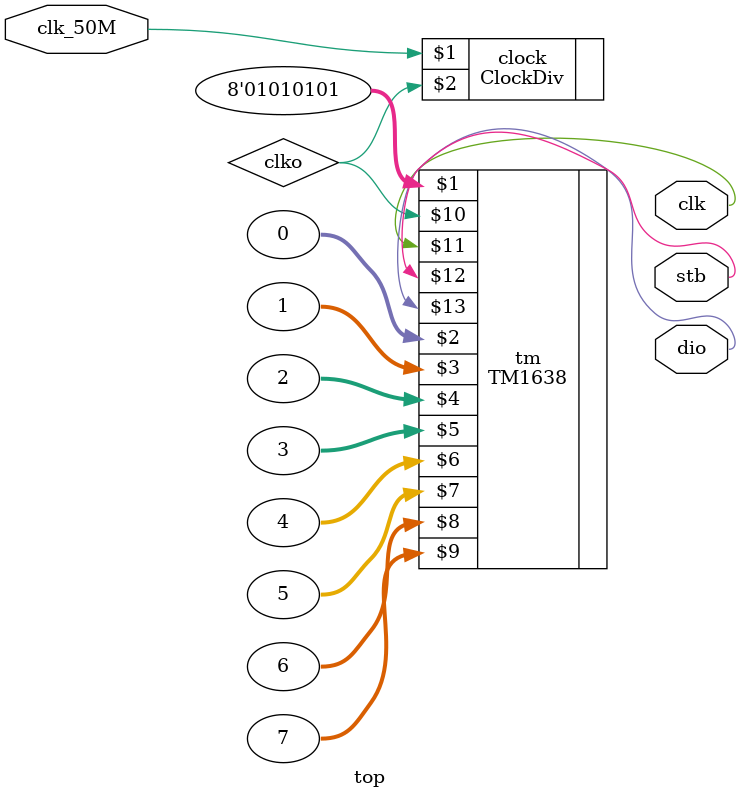
<source format=v>
`timescale 1ns / 1ps
module top(input clk_50M,
output wire clk,
output wire stb,
output wire dio
);
wire clko;
ClockDiv clock (clk_50M, clko) ;
wire [3:0] seg [7:0];
TM1638 tm (8'b01010101,0,1,2,3,4,5,6,7,
clko,
clk,
stb,
dio
);
endmodule  


</source>
